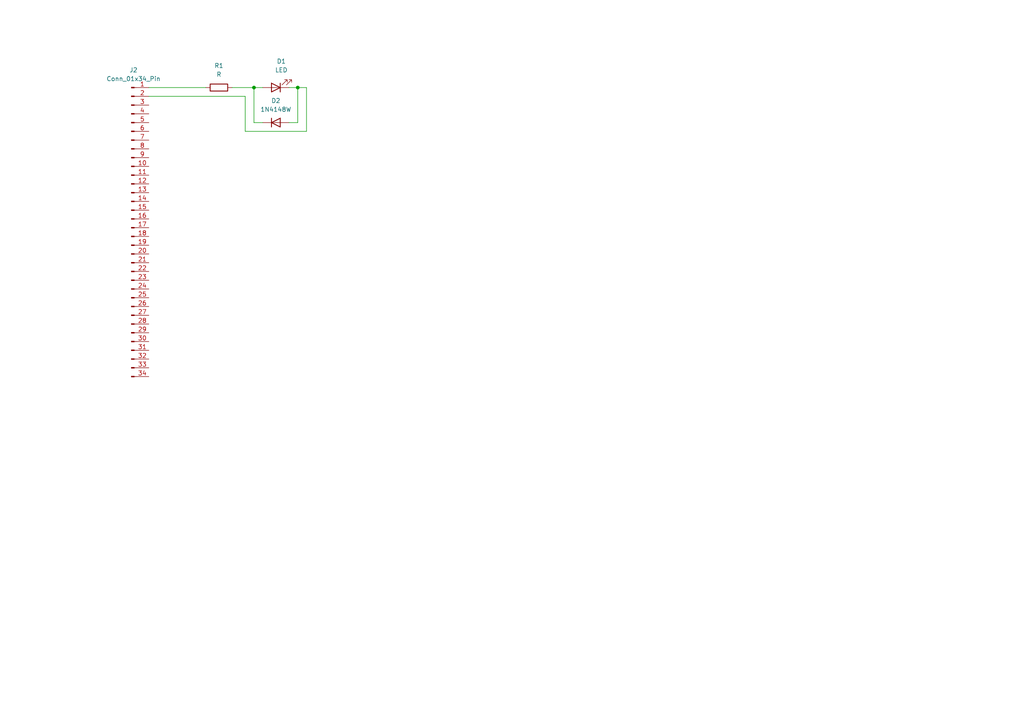
<source format=kicad_sch>
(kicad_sch (version 20231120) (generator "eeschema") (generator_version "8.0")
  (paper "A4")
  (lib_symbols
    (symbol "Connector:Conn_01x34_Pin" (pin_names (offset 1.016) hide)
      (property "Reference" "J" (at 0 43.18 0))
      (property "Value" "Conn_01x34_Pin" (at 0 -45.72 0))
      (symbol "Conn_01x34_Pin_1_1"
        (polyline (pts (xy 1.27 -43.18) (xy 0.8636 -43.18)) (stroke (width 0.1524)))
        (polyline (pts (xy 1.27 -40.64) (xy 0.8636 -40.64)) (stroke (width 0.1524)))
        (polyline (pts (xy 1.27 -38.1) (xy 0.8636 -38.1)) (stroke (width 0.1524)))
        (polyline (pts (xy 1.27 -35.56) (xy 0.8636 -35.56)) (stroke (width 0.1524)))
        (polyline (pts (xy 1.27 -33.02) (xy 0.8636 -33.02)) (stroke (width 0.1524)))
        (polyline (pts (xy 1.27 -30.48) (xy 0.8636 -30.48)) (stroke (width 0.1524)))
        (polyline (pts (xy 1.27 -27.94) (xy 0.8636 -27.94)) (stroke (width 0.1524)))
        (polyline (pts (xy 1.27 -25.4) (xy 0.8636 -25.4)) (stroke (width 0.1524)))
        (polyline (pts (xy 1.27 -22.86) (xy 0.8636 -22.86)) (stroke (width 0.1524)))
        (polyline (pts (xy 1.27 -20.32) (xy 0.8636 -20.32)) (stroke (width 0.1524)))
        (polyline (pts (xy 1.27 -17.78) (xy 0.8636 -17.78)) (stroke (width 0.1524)))
        (polyline (pts (xy 1.27 -15.24) (xy 0.8636 -15.24)) (stroke (width 0.1524)))
        (polyline (pts (xy 1.27 -12.7) (xy 0.8636 -12.7)) (stroke (width 0.1524)))
        (polyline (pts (xy 1.27 -10.16) (xy 0.8636 -10.16)) (stroke (width 0.1524)))
        (polyline (pts (xy 1.27 -7.62) (xy 0.8636 -7.62)) (stroke (width 0.1524)))
        (polyline (pts (xy 1.27 -5.08) (xy 0.8636 -5.08)) (stroke (width 0.1524)))
        (polyline (pts (xy 1.27 -2.54) (xy 0.8636 -2.54)) (stroke (width 0.1524)))
        (polyline (pts (xy 1.27 0) (xy 0.8636 0)) (stroke (width 0.1524)))
        (polyline (pts (xy 1.27 2.54) (xy 0.8636 2.54)) (stroke (width 0.1524)))
        (polyline (pts (xy 1.27 5.08) (xy 0.8636 5.08)) (stroke (width 0.1524)))
        (polyline (pts (xy 1.27 7.62) (xy 0.8636 7.62)) (stroke (width 0.1524)))
        (polyline (pts (xy 1.27 10.16) (xy 0.8636 10.16)) (stroke (width 0.1524)))
        (polyline (pts (xy 1.27 12.7) (xy 0.8636 12.7)) (stroke (width 0.1524)))
        (polyline (pts (xy 1.27 15.24) (xy 0.8636 15.24)) (stroke (width 0.1524)))
        (polyline (pts (xy 1.27 17.78) (xy 0.8636 17.78)) (stroke (width 0.1524)))
        (polyline (pts (xy 1.27 20.32) (xy 0.8636 20.32)) (stroke (width 0.1524)))
        (polyline (pts (xy 1.27 22.86) (xy 0.8636 22.86)) (stroke (width 0.1524)))
        (polyline (pts (xy 1.27 25.4) (xy 0.8636 25.4)) (stroke (width 0.1524)))
        (polyline (pts (xy 1.27 27.94) (xy 0.8636 27.94)) (stroke (width 0.1524)))
        (polyline (pts (xy 1.27 30.48) (xy 0.8636 30.48)) (stroke (width 0.1524)))
        (polyline (pts (xy 1.27 33.02) (xy 0.8636 33.02)) (stroke (width 0.1524)))
        (polyline (pts (xy 1.27 35.56) (xy 0.8636 35.56)) (stroke (width 0.1524)))
        (polyline (pts (xy 1.27 38.1) (xy 0.8636 38.1)) (stroke (width 0.1524)))
        (polyline (pts (xy 1.27 40.64) (xy 0.8636 40.64)) (stroke (width 0.1524)))
        (rectangle (start 0.8636 -43.053) (end 0 -43.307) (stroke (width 0.1524)) (fill (type outline)))
        (rectangle (start 0.8636 -40.513) (end 0 -40.767) (stroke (width 0.1524)) (fill (type outline)))
        (rectangle (start 0.8636 -37.973) (end 0 -38.227) (stroke (width 0.1524)) (fill (type outline)))
        (rectangle (start 0.8636 -35.433) (end 0 -35.687) (stroke (width 0.1524)) (fill (type outline)))
        (rectangle (start 0.8636 -32.893) (end 0 -33.147) (stroke (width 0.1524)) (fill (type outline)))
        (rectangle (start 0.8636 -30.353) (end 0 -30.607) (stroke (width 0.1524)) (fill (type outline)))
        (rectangle (start 0.8636 -27.813) (end 0 -28.067) (stroke (width 0.1524)) (fill (type outline)))
        (rectangle (start 0.8636 -25.273) (end 0 -25.527) (stroke (width 0.1524)) (fill (type outline)))
        (rectangle (start 0.8636 -22.733) (end 0 -22.987) (stroke (width 0.1524)) (fill (type outline)))
        (rectangle (start 0.8636 -20.193) (end 0 -20.447) (stroke (width 0.1524)) (fill (type outline)))
        (rectangle (start 0.8636 -17.653) (end 0 -17.907) (stroke (width 0.1524)) (fill (type outline)))
        (rectangle (start 0.8636 -15.113) (end 0 -15.367) (stroke (width 0.1524)) (fill (type outline)))
        (rectangle (start 0.8636 -12.573) (end 0 -12.827) (stroke (width 0.1524)) (fill (type outline)))
        (rectangle (start 0.8636 -10.033) (end 0 -10.287) (stroke (width 0.1524)) (fill (type outline)))
        (rectangle (start 0.8636 -7.493) (end 0 -7.747) (stroke (width 0.1524)) (fill (type outline)))
        (rectangle (start 0.8636 -4.953) (end 0 -5.207) (stroke (width 0.1524)) (fill (type outline)))
        (rectangle (start 0.8636 -2.413) (end 0 -2.667) (stroke (width 0.1524)) (fill (type outline)))
        (rectangle (start 0.8636 0.127) (end 0 -0.127) (stroke (width 0.1524)) (fill (type outline)))
        (rectangle (start 0.8636 2.667) (end 0 2.413) (stroke (width 0.1524)) (fill (type outline)))
        (rectangle (start 0.8636 5.207) (end 0 4.953) (stroke (width 0.1524)) (fill (type outline)))
        (rectangle (start 0.8636 7.747) (end 0 7.493) (stroke (width 0.1524)) (fill (type outline)))
        (rectangle (start 0.8636 10.287) (end 0 10.033) (stroke (width 0.1524)) (fill (type outline)))
        (rectangle (start 0.8636 12.827) (end 0 12.573) (stroke (width 0.1524)) (fill (type outline)))
        (rectangle (start 0.8636 15.367) (end 0 15.113) (stroke (width 0.1524)) (fill (type outline)))
        (rectangle (start 0.8636 17.907) (end 0 17.653) (stroke (width 0.1524)) (fill (type outline)))
        (rectangle (start 0.8636 20.447) (end 0 20.193) (stroke (width 0.1524)) (fill (type outline)))
        (rectangle (start 0.8636 22.987) (end 0 22.733) (stroke (width 0.1524)) (fill (type outline)))
        (rectangle (start 0.8636 25.527) (end 0 25.273) (stroke (width 0.1524)) (fill (type outline)))
        (rectangle (start 0.8636 28.067) (end 0 27.813) (stroke (width 0.1524)) (fill (type outline)))
        (rectangle (start 0.8636 30.607) (end 0 30.353) (stroke (width 0.1524)) (fill (type outline)))
        (rectangle (start 0.8636 33.147) (end 0 32.893) (stroke (width 0.1524)) (fill (type outline)))
        (rectangle (start 0.8636 35.687) (end 0 35.433) (stroke (width 0.1524)) (fill (type outline)))
        (rectangle (start 0.8636 38.227) (end 0 37.973) (stroke (width 0.1524)) (fill (type outline)))
        (rectangle (start 0.8636 40.767) (end 0 40.513) (stroke (width 0.1524)) (fill (type outline)))
        (pin passive line (at 5.08 40.64 180) (length 3.81) (name "Pin_1") (number "1"))
        (pin passive line (at 5.08 17.78 180) (length 3.81) (name "Pin_10") (number "10"))
        (pin passive line (at 5.08 15.24 180) (length 3.81) (name "Pin_11") (number "11"))
        (pin passive line (at 5.08 12.7 180) (length 3.81) (name "Pin_12") (number "12"))
        (pin passive line (at 5.08 10.16 180) (length 3.81) (name "Pin_13") (number "13"))
        (pin passive line (at 5.08 7.62 180) (length 3.81) (name "Pin_14") (number "14"))
        (pin passive line (at 5.08 5.08 180) (length 3.81) (name "Pin_15") (number "15"))
        (pin passive line (at 5.08 2.54 180) (length 3.81) (name "Pin_16") (number "16"))
        (pin passive line (at 5.08 0 180) (length 3.81) (name "Pin_17") (number "17"))
        (pin passive line (at 5.08 -2.54 180) (length 3.81) (name "Pin_18") (number "18"))
        (pin passive line (at 5.08 -5.08 180) (length 3.81) (name "Pin_19") (number "19"))
        (pin passive line (at 5.08 38.1 180) (length 3.81) (name "Pin_2") (number "2"))
        (pin passive line (at 5.08 -7.62 180) (length 3.81) (name "Pin_20") (number "20"))
        (pin passive line (at 5.08 -10.16 180) (length 3.81) (name "Pin_21") (number "21"))
        (pin passive line (at 5.08 -12.7 180) (length 3.81) (name "Pin_22") (number "22"))
        (pin passive line (at 5.08 -15.24 180) (length 3.81) (name "Pin_23") (number "23"))
        (pin passive line (at 5.08 -17.78 180) (length 3.81) (name "Pin_24") (number "24"))
        (pin passive line (at 5.08 -20.32 180) (length 3.81) (name "Pin_25") (number "25"))
        (pin passive line (at 5.08 -22.86 180) (length 3.81) (name "Pin_26") (number "26"))
        (pin passive line (at 5.08 -25.4 180) (length 3.81) (name "Pin_27") (number "27"))
        (pin passive line (at 5.08 -27.94 180) (length 3.81) (name "Pin_28") (number "28"))
        (pin passive line (at 5.08 -30.48 180) (length 3.81) (name "Pin_29") (number "29"))
        (pin passive line (at 5.08 35.56 180) (length 3.81) (name "Pin_3") (number "3"))
        (pin passive line (at 5.08 -33.02 180) (length 3.81) (name "Pin_30") (number "30"))
        (pin passive line (at 5.08 -35.56 180) (length 3.81) (name "Pin_31") (number "31"))
        (pin passive line (at 5.08 -38.1 180) (length 3.81) (name "Pin_32") (number "32"))
        (pin passive line (at 5.08 -40.64 180) (length 3.81) (name "Pin_33") (number "33"))
        (pin passive line (at 5.08 -43.18 180) (length 3.81) (name "Pin_34") (number "34"))
        (pin passive line (at 5.08 33.02 180) (length 3.81) (name "Pin_4") (number "4"))
        (pin passive line (at 5.08 30.48 180) (length 3.81) (name "Pin_5") (number "5"))
        (pin passive line (at 5.08 27.94 180) (length 3.81) (name "Pin_6") (number "6"))
        (pin passive line (at 5.08 25.4 180) (length 3.81) (name "Pin_7") (number "7"))
        (pin passive line (at 5.08 22.86 180) (length 3.81) (name "Pin_8") (number "8"))
        (pin passive line (at 5.08 20.32 180) (length 3.81) (name "Pin_9") (number "9"))
      )
    )
    (symbol "Device:D" (pin_numbers hide) (pin_names (offset 1.016) hide)
      (property "Reference" "D" (at 0 2.54 0))
      (property "Value" "D" (at 0 -2.54 0))
      (symbol "D_0_1"
        (polyline (pts (xy -1.27 1.27) (xy -1.27 -1.27)) (stroke (width 0.254)))
        (polyline (pts (xy 1.27 0) (xy -1.27 0)))
        (polyline (pts (xy 1.27 1.27) (xy 1.27 -1.27) (xy -1.27 0) (xy 1.27 1.27)) (stroke (width 0.254)))
      )
      (symbol "D_1_1"
        (pin passive line (at -3.81 0 0) (length 2.54) (name "K") (number "1"))
        (pin passive line (at 3.81 0 180) (length 2.54) (name "A") (number "2"))
      )
    )
    (symbol "Device:LED" (pin_numbers hide) (pin_names (offset 1.016) hide)
      (property "Reference" "D" (at 0 2.54 0))
      (property "Value" "LED" (at 0 -2.54 0))
      (symbol "LED_0_1"
        (polyline (pts (xy -1.27 -1.27) (xy -1.27 1.27)) (stroke (width 0.254)))
        (polyline (pts (xy -1.27 0) (xy 1.27 0)))
        (polyline (pts (xy 1.27 -1.27) (xy 1.27 1.27) (xy -1.27 0) (xy 1.27 -1.27)) (stroke (width 0.254)))
        (polyline (pts (xy -3.048 -0.762) (xy -4.572 -2.286) (xy -3.81 -2.286) (xy -4.572 -2.286) (xy -4.572 -1.524)))
        (polyline (pts (xy -1.778 -0.762) (xy -3.302 -2.286) (xy -2.54 -2.286) (xy -3.302 -2.286) (xy -3.302 -1.524)))
      )
      (symbol "LED_1_1"
        (pin passive line (at -3.81 0 0) (length 2.54) (name "K") (number "1"))
        (pin passive line (at 3.81 0 180) (length 2.54) (name "A") (number "2"))
      )
    )
    (symbol "Device:R" (pin_numbers hide) (pin_names (offset 0))
      (property "Reference" "R" (at 2.032 0 90))
      (property "Value" "R" (at 0 0 90))
      (symbol "R_0_1"
        (rectangle (start -1.016 -2.54) (end 1.016 2.54) (stroke (width 0.254)))
      )
      (symbol "R_1_1"
        (pin passive line (at 0 3.81 270) (length 1.27) (name "~") (number "1"))
        (pin passive line (at 0 -3.81 90) (length 1.27) (name "~") (number "2"))
      )
    )
  )
  (junction (at 73.66 25.4))
  (junction (at 86.36 25.4))
  (wire (pts (xy 43.18 25.4) (xy 59.69 25.4)))
  (wire (pts (xy 83.82 35.56) (xy 86.36 35.56)))
  (wire (pts (xy 67.31 25.4) (xy 73.66 25.4)))
  (wire (pts (xy 83.82 25.4) (xy 86.36 25.4)))
  (wire (pts (xy 76.2 35.56) (xy 73.66 35.56)))
  (wire (pts (xy 86.36 25.4) (xy 88.9 25.4)))
  (wire (pts (xy 86.36 25.4) (xy 86.36 35.56)))
  (wire (pts (xy 71.12 38.1) (xy 88.9 38.1)))
  (wire (pts (xy 73.66 25.4) (xy 76.2 25.4)))
  (wire (pts (xy 73.66 35.56) (xy 73.66 25.4)))
  (wire (pts (xy 88.9 38.1) (xy 88.9 25.4)))
  (wire (pts (xy 71.12 27.94) (xy 71.12 38.1)))
  (wire (pts (xy 43.18 27.94) (xy 71.12 27.94)))
  (symbol (lib_id "Device:R") (at 63.5 25.4 90) (unit 1)
    (property "Reference" "R1" (at 63.5 19.05 90))
    (property "Value" "R" (at 63.5 21.59 90))
    (property "Footprint" "Resistor_SMD:R_2512_6332Metric_Pad1.40x3.35mm_HandSolder" (effects (hide yes)))
    (property "Description" "Resistor" (effects (hide yes)))
  )
  (symbol (lib_id "Connector:Conn_01x34_Pin") (at 38.1 66.04 0) (unit 1)
    (property "Reference" "J2" (at 38.735 20.32 0))
    (property "Value" "Conn_01x34_Pin" (at 38.735 22.86 0))
    (property "Footprint" "Connector_PinHeader_2.54mm:PinHeader_1x34_P2.54mm_Horizontal" (effects (hide yes)))
    (property "Description" "Generic connector, single row, 01x34, script generated" (effects (hide yes)))
  )
  (symbol (lib_id "Device:LED") (at 80.01 25.4 180) (unit 1)
    (property "Reference" "D1" (at 81.5975 17.78 0))
    (property "Value" "LED" (at 81.5975 20.32 0))
    (property "Footprint" "LED_SMD:LED_1206_3216Metric" (effects (hide yes)))
    (property "Description" "Light emitting diode" (effects (hide yes)))
  )
  (symbol (lib_id "Device:D") (at 80.01 35.56 0) (unit 1)
    (property "Reference" "D2" (at 80.01 29.21 0))
    (property "Value" "1N4148W" (at 80.01 31.75 0))
    (property "Footprint" "Diode_SMD:D_SOD-123" (effects (hide yes)))
    (property "Description" "Diode" (effects (hide yes)))
    (property "Sim.Device" "D" (effects (hide yes)))
    (property "Sim.Pins" "1=K 2=A" (effects (hide yes)))
  )
)
</source>
